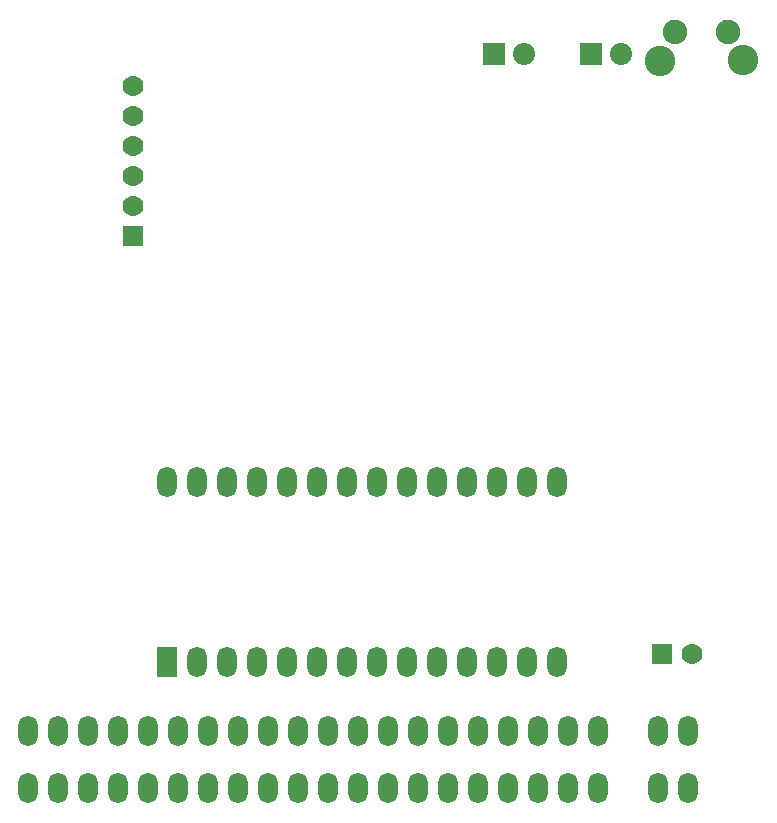
<source format=gbs>
G04*
G04 #@! TF.GenerationSoftware,Altium Limited,Altium Designer,20.2.6 (244)*
G04*
G04 Layer_Color=16711935*
%FSLAX25Y25*%
%MOIN*%
G70*
G04*
G04 #@! TF.SameCoordinates,4BF73655-697D-4C1E-89EC-0D8241B82C52*
G04*
G04*
G04 #@! TF.FilePolarity,Negative*
G04*
G01*
G75*
%ADD36C,0.06992*%
%ADD37R,0.06992X0.06992*%
%ADD38O,0.06598X0.10142*%
%ADD39R,0.06598X0.10142*%
%ADD40C,0.08173*%
%ADD41C,0.10142*%
%ADD42C,0.07386*%
%ADD43R,0.07386X0.07386*%
%ADD44O,0.06598X0.10142*%
%ADD45R,0.06992X0.06992*%
D36*
X227500Y52500D02*
D03*
X41200Y242000D02*
D03*
X41200Y232000D02*
D03*
X41200Y202000D02*
D03*
Y212000D02*
D03*
X41200Y222000D02*
D03*
D37*
X217500Y52500D02*
D03*
D38*
X182500Y110000D02*
D03*
X172500D02*
D03*
X162500D02*
D03*
X152500D02*
D03*
X142500D02*
D03*
X132500D02*
D03*
X122500D02*
D03*
X112500D02*
D03*
X102500D02*
D03*
X92500D02*
D03*
X82500D02*
D03*
X72500D02*
D03*
X62500D02*
D03*
X52500D02*
D03*
X182500Y50000D02*
D03*
X172500D02*
D03*
X162500D02*
D03*
X152500D02*
D03*
X142500D02*
D03*
X132500D02*
D03*
X122500D02*
D03*
X112500D02*
D03*
X102500D02*
D03*
X92500D02*
D03*
X82500D02*
D03*
X72500D02*
D03*
X62500D02*
D03*
D39*
X52500D02*
D03*
D40*
X222000Y260000D02*
D03*
X239717D02*
D03*
D41*
X217059Y250197D02*
D03*
X244657Y250500D02*
D03*
D42*
X171500Y252500D02*
D03*
X204000D02*
D03*
D43*
X161500D02*
D03*
X194000D02*
D03*
D44*
X6378Y7874D02*
D03*
X226378D02*
D03*
X216378D02*
D03*
X196378D02*
D03*
X186378D02*
D03*
X176378D02*
D03*
X166378D02*
D03*
X156378D02*
D03*
X146378D02*
D03*
X136378D02*
D03*
X126378D02*
D03*
X116378D02*
D03*
X106378D02*
D03*
X96378D02*
D03*
X86378D02*
D03*
X76378D02*
D03*
X66378D02*
D03*
X56378D02*
D03*
X46378D02*
D03*
X36378D02*
D03*
X26378D02*
D03*
X16378D02*
D03*
X226378Y26969D02*
D03*
X156378D02*
D03*
X146378D02*
D03*
X136378D02*
D03*
X126378D02*
D03*
X116378D02*
D03*
X106378D02*
D03*
X96378D02*
D03*
X86378D02*
D03*
X76378D02*
D03*
X66378D02*
D03*
X56378D02*
D03*
X46378D02*
D03*
X36378D02*
D03*
X26378D02*
D03*
X16378D02*
D03*
X166378D02*
D03*
X176378D02*
D03*
X186378D02*
D03*
X196378D02*
D03*
X216378D02*
D03*
X6378D02*
D03*
D45*
X41200Y192000D02*
D03*
M02*

</source>
